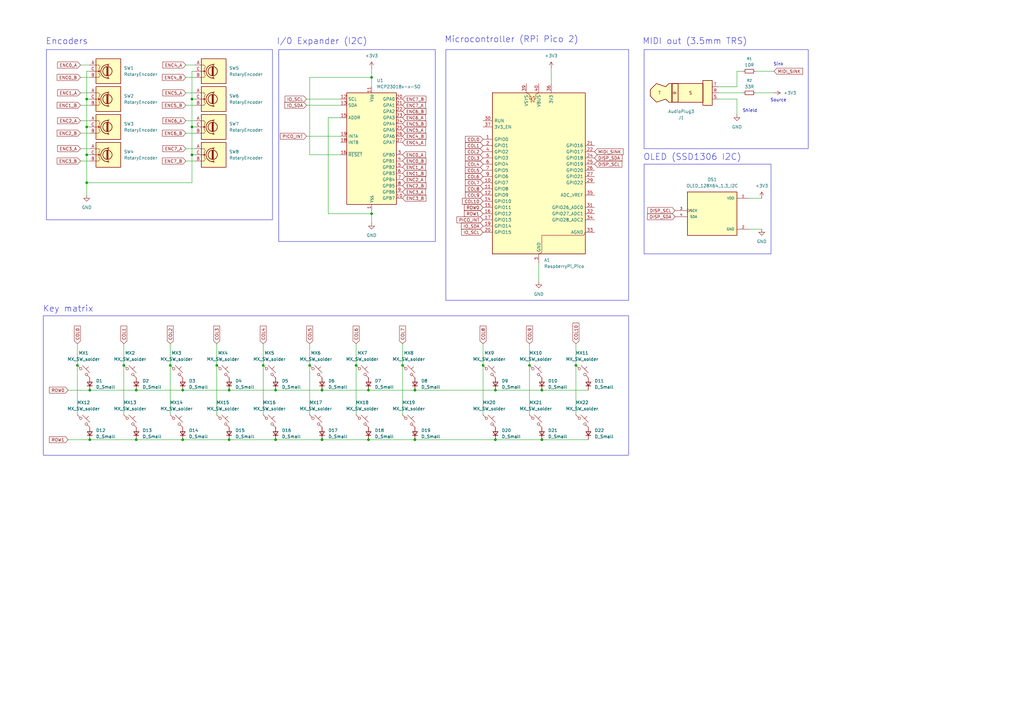
<source format=kicad_sch>
(kicad_sch (version 20250114) (generator "eeschema") (generator_version "9.0")
  (paper "A3")
  (title_block (title "Motherboard") (date "2025-10-30") (rev "1") (company "Brainchild"))
  (lib_symbols
    (symbol "Connector_Audio:AudioPlug3"
      (property "Reference" "J" (at 1.27 6.35 0))
      (property "Value" "AudioPlug3" (at 1.27 -6.35 0))
      (symbol "AudioPlug3_0_0"
        (text "R" (at -2.54 0 900) (effects (font (size 1.27 1.27))))
      )
      (symbol "AudioPlug3_1_0"
        (text "T" (at -8.89 0 0) (effects (font (size 1.27 1.27))))
        (text "S" (at 3.81 0 0) (effects (font (size 1.27 1.27))))
      )
      (symbol "AudioPlug3_1_1"
        (pin passive line (at 15.24 2.54 180) (length 2.54) (name "~") (number "S"))
        (pin passive line (at 15.24 0 180) (length 2.54) (name "~") (number "R"))
        (pin passive line (at 15.24 -2.54 180) (length 2.54) (name "~") (number "T"))
      )
    )
    (symbol "Device:D_Small" (pin_numbers (hide yes)) (pin_names (offset 0.254) (hide yes))
      (property "Reference" "D" (at -1.27 2.032 0))
      (property "Value" "D_Small" (at -3.81 -2.032 0))
      (symbol "D_Small_1_1"
        (pin passive line (at -2.54 0 0) (length 1.778) (name "K") (number "1"))
        (pin passive line (at 2.54 0 180) (length 1.778) (name "A") (number "2"))
      )
    )
    (symbol "Device:R_Small" (pin_numbers (hide yes)) (pin_names (offset 0.254) (hide yes))
      (property "Reference" "R" (at 0 0 90))
      (property "Value" "R_Small" (at 1.778 0 90))
      (symbol "R_Small_1_1"
        (pin passive line (at 0 2.54 270) (length 0.762) (name "~") (number "1"))
        (pin passive line (at 0 -2.54 90) (length 0.762) (name "~") (number "2"))
      )
    )
    (symbol "Device:RotaryEncoder" (pin_names (offset 0.254) (hide yes))
      (property "Reference" "SW" (at 0 6.604 0))
      (property "Value" "RotaryEncoder" (at 0 -6.604 0))
      (symbol "RotaryEncoder_1_1"
        (pin passive line (at -7.62 2.54 0) (length 2.54) (name "A") (number "A"))
        (pin passive line (at -7.62 0 0) (length 2.54) (name "C") (number "C"))
        (pin passive line (at -7.62 -2.54 0) (length 2.54) (name "B") (number "B"))
      )
    )
    (symbol "Interface_Expansion:MCP23018x-x-SO"
      (property "Reference" "U" (at -9.398 24.638 0))
      (property "Value" "MCP23018x-x-SO" (at 11.176 24.638 0))
      (symbol "MCP23018x-x-SO_1_1"
        (pin input line (at -12.7 20.32 0) (length 2.54) (name "SCL") (number "12"))
        (pin bidirectional line (at -12.7 17.78 0) (length 2.54) (name "SDA") (number "13"))
        (pin input line (at -12.7 12.7 0) (length 2.54) (name "ADDR") (number "15"))
        (pin output line (at -12.7 5.08 0) (length 2.54) (name "INTA") (number "19"))
        (pin output line (at -12.7 2.54 0) (length 2.54) (name "INTB") (number "18"))
        (pin input line (at -12.7 -2.54 0) (length 2.54) (name "~{RESET}") (number "16"))
        (pin no_connect line (at -10.16 -12.7 0) (length 2.54) (hide yes) (name "NC") (number "2"))
        (pin no_connect line (at -10.16 -15.24 0) (length 2.54) (hide yes) (name "NC") (number "14"))
        (pin no_connect line (at -10.16 -17.78 0) (length 2.54) (hide yes) (name "NC") (number "17"))
        (pin no_connect line (at -10.16 -20.32 0) (length 2.54) (hide yes) (name "NC") (number "28"))
        (pin power_in line (at 0 25.4 270) (length 2.54) (name "V_{DD}") (number "11"))
        (pin power_in line (at 0 -25.4 90) (length 2.54) (name "V_{SS}") (number "1"))
        (pin bidirectional line (at 12.7 20.32 180) (length 2.54) (name "GPA0") (number "20"))
        (pin bidirectional line (at 12.7 17.78 180) (length 2.54) (name "GPA1") (number "21"))
        (pin bidirectional line (at 12.7 15.24 180) (length 2.54) (name "GPA2") (number "22"))
        (pin bidirectional line (at 12.7 12.7 180) (length 2.54) (name "GPA3") (number "23"))
        (pin bidirectional line (at 12.7 10.16 180) (length 2.54) (name "GPA4") (number "24"))
        (pin bidirectional line (at 12.7 7.62 180) (length 2.54) (name "GPA5") (number "25"))
        (pin bidirectional line (at 12.7 5.08 180) (length 2.54) (name "GPA6") (number "26"))
        (pin bidirectional line (at 12.7 2.54 180) (length 2.54) (name "GPA7") (number "27"))
        (pin bidirectional line (at 12.7 -2.54 180) (length 2.54) (name "GPB0") (number "3"))
        (pin bidirectional line (at 12.7 -5.08 180) (length 2.54) (name "GPB1") (number "4"))
        (pin bidirectional line (at 12.7 -7.62 180) (length 2.54) (name "GPB2") (number "5"))
        (pin bidirectional line (at 12.7 -10.16 180) (length 2.54) (name "GPB3") (number "6"))
        (pin bidirectional line (at 12.7 -12.7 180) (length 2.54) (name "GPB4") (number "7"))
        (pin bidirectional line (at 12.7 -15.24 180) (length 2.54) (name "GPB5") (number "8"))
        (pin bidirectional line (at 12.7 -17.78 180) (length 2.54) (name "GPB6") (number "9"))
        (pin bidirectional line (at 12.7 -20.32 180) (length 2.54) (name "GPB7") (number "10"))
      )
    )
    (symbol "MCU_Module:RaspberryPi_Pico" (pin_names (offset 0.762))
      (property "Reference" "A" (at -19.05 35.56 0))
      (property "Value" "RaspberryPi_Pico" (at 7.62 35.56 0))
      (symbol "RaspberryPi_Pico_1_1"
        (pin passive line (at -22.86 22.86 0) (length 3.81) (name "RUN") (number "30"))
        (pin passive line (at -22.86 20.32 0) (length 3.81) (name "3V3_EN") (number "37"))
        (pin bidirectional line (at -22.86 15.24 0) (length 3.81) (name "GPIO0") (number "1"))
        (pin bidirectional line (at -22.86 12.7 0) (length 3.81) (name "GPIO1") (number "2"))
        (pin bidirectional line (at -22.86 10.16 0) (length 3.81) (name "GPIO2") (number "4"))
        (pin bidirectional line (at -22.86 7.62 0) (length 3.81) (name "GPIO3") (number "5"))
        (pin bidirectional line (at -22.86 5.08 0) (length 3.81) (name "GPIO4") (number "6"))
        (pin bidirectional line (at -22.86 2.54 0) (length 3.81) (name "GPIO5") (number "7"))
        (pin bidirectional line (at -22.86 0 0) (length 3.81) (name "GPIO6") (number "9"))
        (pin bidirectional line (at -22.86 -2.54 0) (length 3.81) (name "GPIO7") (number "10"))
        (pin bidirectional line (at -22.86 -5.08 0) (length 3.81) (name "GPIO8") (number "11"))
        (pin bidirectional line (at -22.86 -7.62 0) (length 3.81) (name "GPIO9") (number "12"))
        (pin bidirectional line (at -22.86 -10.16 0) (length 3.81) (name "GPIO10") (number "14"))
        (pin bidirectional line (at -22.86 -12.7 0) (length 3.81) (name "GPIO11") (number "15"))
        (pin bidirectional line (at -22.86 -15.24 0) (length 3.81) (name "GPIO12") (number "16"))
        (pin bidirectional line (at -22.86 -17.78 0) (length 3.81) (name "GPIO13") (number "17"))
        (pin bidirectional line (at -22.86 -20.32 0) (length 3.81) (name "GPIO14") (number "19"))
        (pin bidirectional line (at -22.86 -22.86 0) (length 3.81) (name "GPIO15") (number "20"))
        (pin power_in line (at -5.08 38.1 270) (length 3.81) (name "VSYS") (number "39"))
        (pin power_out line (at 0 38.1 270) (length 3.81) (name "VBUS") (number "40"))
        (pin passive line (at 0 -35.56 90) (length 3.81) (hide yes) (name "GND") (number "13"))
        (pin passive line (at 0 -35.56 90) (length 3.81) (hide yes) (name "GND") (number "18"))
        (pin passive line (at 0 -35.56 90) (length 3.81) (hide yes) (name "GND") (number "23"))
        (pin passive line (at 0 -35.56 90) (length 3.81) (hide yes) (name "GND") (number "28"))
        (pin power_out line (at 0 -35.56 90) (length 3.81) (name "GND") (number "3"))
        (pin passive line (at 0 -35.56 90) (length 3.81) (hide yes) (name "GND") (number "38"))
        (pin passive line (at 0 -35.56 90) (length 3.81) (hide yes) (name "GND") (number "8"))
        (pin power_out line (at 5.08 38.1 270) (length 3.81) (name "3V3") (number "36"))
        (pin bidirectional line (at 22.86 12.7 180) (length 3.81) (name "GPIO16") (number "21"))
        (pin bidirectional line (at 22.86 10.16 180) (length 3.81) (name "GPIO17") (number "22"))
        (pin bidirectional line (at 22.86 7.62 180) (length 3.81) (name "GPIO18") (number "24"))
        (pin bidirectional line (at 22.86 5.08 180) (length 3.81) (name "GPIO19") (number "25"))
        (pin bidirectional line (at 22.86 2.54 180) (length 3.81) (name "GPIO20") (number "26"))
        (pin bidirectional line (at 22.86 0 180) (length 3.81) (name "GPIO21") (number "27"))
        (pin bidirectional line (at 22.86 -2.54 180) (length 3.81) (name "GPIO22") (number "29"))
        (pin power_in line (at 22.86 -7.62 180) (length 3.81) (name "ADC_VREF") (number "35"))
        (pin bidirectional line (at 22.86 -12.7 180) (length 3.81) (name "GPIO26_ADC0") (number "31"))
        (pin bidirectional line (at 22.86 -15.24 180) (length 3.81) (name "GPIO27_ADC1") (number "32"))
        (pin bidirectional line (at 22.86 -17.78 180) (length 3.81) (name "GPIO28_ADC2") (number "34"))
        (pin power_out line (at 22.86 -22.86 180) (length 3.81) (name "AGND") (number "33"))
      )
    )
    (symbol "OLED_128X64_1.3_I2C:OLED_128X64_1.3_I2C" (pin_names (offset 1.016))
      (property "Reference" "DS" (at -10.16 10.922 0))
      (property "Value" "OLED_128X64_1.3_I2C" (at -10.16 -10.16 0))
      (symbol "OLED_128X64_1.3_I2C_0_0"
        (pin input clock (at -15.24 2.54 0) (length 5.08) (name "SCK") (number "3"))
        (pin bidirectional line (at -15.24 0 0) (length 5.08) (name "SDA") (number "4"))
        (pin power_in line (at 15.24 7.62 180) (length 5.08) (name "VDD") (number "1"))
        (pin power_in line (at 15.24 -5.08 180) (length 5.08) (name "GND") (number "2"))
      )
    )
    (symbol "PCM_marbastlib-mx:MX_SW_solder" (pin_numbers (hide yes)) (pin_names (offset 1.016) (hide yes))
      (property "Reference" "MX" (at 3.048 1.016 0))
      (property "Value" "MX_SW_solder" (at 0 -3.81 0))
      (symbol "MX_SW_solder_0_1"
        (pin passive line (at -2.54 2.54 0) (length 0) (name "1") (number "1"))
        (pin passive line (at 2.54 -2.54 180) (length 0) (name "2") (number "2"))
      )
    )
    (symbol "power:+3V3" (power) (pin_numbers (hide yes)) (pin_names (offset 0) (hide yes))
      (property "Value" "+3V3" (at 0 3.556 0))
      (symbol "+3V3_1_1"
        (pin power_in line (at 0 0 90) (length 0) (name "~") (number "1"))
      )
    )
    (symbol "power:GND" (power) (pin_numbers (hide yes)) (pin_names (offset 0) (hide yes))
      (property "Value" "GND" (at 0 -3.81 0))
      (symbol "GND_1_1"
        (pin power_in line (at 0 0 270) (length 0) (name "~") (number "1"))
      )
    )
  )
  (rectangle (start 264.16 67.31) (end 316.23 104.14))
  (rectangle (start 17.78 129.54) (end 257.81 186.69))
  (rectangle (start 264.16 20.32) (end 331.47 60.96))
  (rectangle (start 182.88 20.32) (end 257.81 123.19))
  (rectangle (start 19.05 20.32) (end 111.76 90.17))
  (rectangle (start 114.3 20.32) (end 178.562 99.06))
  (text "Key matrix\n" (at 27.94 126.746 0) (effects (font (size 2.54 2.54))))
  (text "Sink" (at 319.278 26.416 0) (effects (font (size 1.27 1.27))))
  (text "I/0 Expander (I2C)" (at 132.08 17.018 0) (effects (font (size 2.54 2.54))))
  (text "Source" (at 319.278 41.148 0) (effects (font (size 1.27 1.27))))
  (text "Microcontroller (RPi Pico 2)" (at 209.804 16.256 0) (effects (font (size 2.54 2.54))))
  (text "MIDI out (3.5mm TRS)" (at 284.988 17.018 0) (effects (font (size 2.54 2.54))))
  (text "OLED (SSD1306 I2C)\n" (at 283.972 64.516 0) (effects (font (size 2.54 2.54))))
  (text "Encoders" (at 27.432 17.018 0) (effects (font (size 2.54 2.54))))
  (text "Shield\n" (at 307.594 45.466 0) (effects (font (size 1.27 1.27))))
  (junction (at 36.83 160.02))
  (junction (at 132.08 180.34))
  (junction (at 203.2 160.02))
  (junction (at 203.2 180.34))
  (junction (at 217.17 149.86))
  (junction (at 165.1 149.86))
  (junction (at 36.83 180.34))
  (junction (at 55.88 180.34))
  (junction (at 74.93 180.34))
  (junction (at 107.95 149.86))
  (junction (at 78.74 63.5))
  (junction (at 35.56 40.64))
  (junction (at 35.56 52.07))
  (junction (at 152.4 87.63))
  (junction (at 222.25 160.02))
  (junction (at 113.03 180.34))
  (junction (at 78.74 52.07))
  (junction (at 146.05 149.86))
  (junction (at 132.08 160.02))
  (junction (at 35.56 74.93))
  (junction (at 127 149.86))
  (junction (at 236.22 149.86))
  (junction (at 93.98 180.34))
  (junction (at 222.25 180.34))
  (junction (at 55.88 160.02))
  (junction (at 198.12 149.86))
  (junction (at 170.18 180.34))
  (junction (at 151.13 180.34))
  (junction (at 151.13 160.02))
  (junction (at 69.85 149.86))
  (junction (at 93.98 160.02))
  (junction (at 35.56 63.5))
  (junction (at 74.93 160.02))
  (junction (at 31.75 149.86))
  (junction (at 170.18 160.02))
  (junction (at 78.74 40.64))
  (junction (at 152.4 31.75))
  (junction (at 50.8 149.86))
  (junction (at 88.9 149.86))
  (junction (at 113.03 160.02))
  (wire (pts (xy 220.98 107.95) (xy 220.98 115.57)))
  (wire (pts (xy 107.95 140.97) (xy 107.95 149.86)))
  (wire (pts (xy 127 31.75) (xy 152.4 31.75)))
  (wire (pts (xy 36.83 60.96) (xy 33.02 60.96)))
  (wire (pts (xy 35.56 74.93) (xy 78.74 74.93)))
  (wire (pts (xy 309.88 38.1) (xy 317.5 38.1)))
  (wire (pts (xy 203.2 160.02) (xy 222.25 160.02)))
  (wire (pts (xy 146.05 149.86) (xy 146.05 170.18)))
  (wire (pts (xy 307.34 93.98) (xy 312.42 93.98)))
  (wire (pts (xy 50.8 149.86) (xy 50.8 170.18)))
  (wire (pts (xy 35.56 63.5) (xy 35.56 74.93)))
  (wire (pts (xy 125.73 55.88) (xy 139.7 55.88)))
  (wire (pts (xy 80.01 49.53) (xy 76.2 49.53)))
  (wire (pts (xy 36.83 180.34) (xy 55.88 180.34)))
  (wire (pts (xy 27.94 180.34) (xy 36.83 180.34)))
  (wire (pts (xy 80.01 26.67) (xy 76.2 26.67)))
  (wire (pts (xy 165.1 149.86) (xy 165.1 170.18)))
  (wire (pts (xy 78.74 40.64) (xy 78.74 52.07)))
  (wire (pts (xy 78.74 52.07) (xy 78.74 63.5)))
  (wire (pts (xy 27.94 160.02) (xy 36.83 160.02)))
  (wire (pts (xy 302.26 35.56) (xy 294.64 35.56)))
  (wire (pts (xy 302.26 40.64) (xy 302.26 46.99)))
  (wire (pts (xy 198.12 140.97) (xy 198.12 149.86)))
  (wire (pts (xy 50.8 140.97) (xy 50.8 149.86)))
  (wire (pts (xy 31.75 140.97) (xy 31.75 149.86)))
  (wire (pts (xy 127 149.86) (xy 127 170.18)))
  (wire (pts (xy 294.64 40.64) (xy 302.26 40.64)))
  (wire (pts (xy 151.13 160.02) (xy 170.18 160.02)))
  (wire (pts (xy 35.56 74.93) (xy 35.56 80.01)))
  (wire (pts (xy 146.05 140.97) (xy 146.05 149.86)))
  (wire (pts (xy 35.56 40.64) (xy 35.56 52.07)))
  (wire (pts (xy 198.12 149.86) (xy 198.12 170.18)))
  (wire (pts (xy 36.83 63.5) (xy 35.56 63.5)))
  (wire (pts (xy 125.73 43.18) (xy 139.7 43.18)))
  (wire (pts (xy 222.25 180.34) (xy 241.3 180.34)))
  (wire (pts (xy 36.83 40.64) (xy 35.56 40.64)))
  (wire (pts (xy 69.85 140.97) (xy 69.85 149.86)))
  (wire (pts (xy 80.01 54.61) (xy 76.2 54.61)))
  (wire (pts (xy 80.01 43.18) (xy 76.2 43.18)))
  (wire (pts (xy 78.74 74.93) (xy 78.74 63.5)))
  (wire (pts (xy 80.01 29.21) (xy 78.74 29.21)))
  (wire (pts (xy 134.62 87.63) (xy 152.4 87.63)))
  (wire (pts (xy 36.83 26.67) (xy 33.02 26.67)))
  (wire (pts (xy 78.74 29.21) (xy 78.74 40.64)))
  (wire (pts (xy 113.03 180.34) (xy 132.08 180.34)))
  (wire (pts (xy 36.83 49.53) (xy 33.02 49.53)))
  (wire (pts (xy 36.83 29.21) (xy 35.56 29.21)))
  (wire (pts (xy 125.73 40.64) (xy 139.7 40.64)))
  (wire (pts (xy 236.22 140.97) (xy 236.22 149.86)))
  (wire (pts (xy 127 63.5) (xy 127 31.75)))
  (wire (pts (xy 170.18 180.34) (xy 203.2 180.34)))
  (wire (pts (xy 217.17 140.97) (xy 217.17 149.86)))
  (wire (pts (xy 222.25 160.02) (xy 241.3 160.02)))
  (wire (pts (xy 127 63.5) (xy 139.7 63.5)))
  (wire (pts (xy 80.01 38.1) (xy 76.2 38.1)))
  (wire (pts (xy 36.83 38.1) (xy 33.02 38.1)))
  (wire (pts (xy 80.01 66.04) (xy 76.2 66.04)))
  (wire (pts (xy 132.08 160.02) (xy 151.13 160.02)))
  (wire (pts (xy 36.83 54.61) (xy 33.02 54.61)))
  (wire (pts (xy 134.62 48.26) (xy 139.7 48.26)))
  (wire (pts (xy 35.56 52.07) (xy 35.56 63.5)))
  (wire (pts (xy 93.98 180.34) (xy 113.03 180.34)))
  (wire (pts (xy 294.64 38.1) (xy 304.8 38.1)))
  (wire (pts (xy 31.75 149.86) (xy 31.75 170.18)))
  (wire (pts (xy 36.83 66.04) (xy 33.02 66.04)))
  (wire (pts (xy 78.74 63.5) (xy 80.01 63.5)))
  (wire (pts (xy 78.74 52.07) (xy 80.01 52.07)))
  (wire (pts (xy 152.4 86.36) (xy 152.4 87.63)))
  (wire (pts (xy 236.22 149.86) (xy 236.22 170.18)))
  (wire (pts (xy 36.83 52.07) (xy 35.56 52.07)))
  (wire (pts (xy 302.26 29.21) (xy 302.26 35.56)))
  (wire (pts (xy 132.08 180.34) (xy 151.13 180.34)))
  (wire (pts (xy 55.88 160.02) (xy 74.93 160.02)))
  (wire (pts (xy 170.18 160.02) (xy 203.2 160.02)))
  (wire (pts (xy 113.03 160.02) (xy 132.08 160.02)))
  (wire (pts (xy 152.4 87.63) (xy 152.4 91.44)))
  (wire (pts (xy 151.13 180.34) (xy 170.18 180.34)))
  (wire (pts (xy 217.17 149.86) (xy 217.17 170.18)))
  (wire (pts (xy 74.93 180.34) (xy 93.98 180.34)))
  (wire (pts (xy 203.2 180.34) (xy 222.25 180.34)))
  (wire (pts (xy 80.01 31.75) (xy 76.2 31.75)))
  (wire (pts (xy 74.93 160.02) (xy 93.98 160.02)))
  (wire (pts (xy 165.1 140.97) (xy 165.1 149.86)))
  (wire (pts (xy 307.34 81.28) (xy 312.42 81.28)))
  (wire (pts (xy 134.62 48.26) (xy 134.62 87.63)))
  (wire (pts (xy 36.83 31.75) (xy 33.02 31.75)))
  (wire (pts (xy 226.06 27.94) (xy 226.06 34.29)))
  (wire (pts (xy 302.26 29.21) (xy 304.8 29.21)))
  (wire (pts (xy 55.88 180.34) (xy 74.93 180.34)))
  (wire (pts (xy 36.83 43.18) (xy 33.02 43.18)))
  (wire (pts (xy 88.9 149.86) (xy 88.9 170.18)))
  (wire (pts (xy 88.9 140.97) (xy 88.9 149.86)))
  (wire (pts (xy 93.98 160.02) (xy 113.03 160.02)))
  (wire (pts (xy 107.95 149.86) (xy 107.95 170.18)))
  (wire (pts (xy 152.4 31.75) (xy 152.4 35.56)))
  (wire (pts (xy 35.56 29.21) (xy 35.56 40.64)))
  (wire (pts (xy 152.4 27.94) (xy 152.4 31.75)))
  (wire (pts (xy 36.83 160.02) (xy 55.88 160.02)))
  (wire (pts (xy 309.88 29.21) (xy 317.5 29.21)))
  (wire (pts (xy 127 140.97) (xy 127 149.86)))
  (wire (pts (xy 80.01 60.96) (xy 76.2 60.96)))
  (wire (pts (xy 69.85 149.86) (xy 69.85 170.18)))
  (wire (pts (xy 78.74 40.64) (xy 80.01 40.64)))
  (global_label "COL9" (shape input) (at 198.12 80.01 180) (property "Intersheetrefs" "${INTERSHEET_REFS}" (effects (hide yes))))
  (global_label "ENC4_B" (shape input) (at 165.1 55.88 0) (property "Intersheetrefs" "${INTERSHEET_REFS}" (effects (hide yes))))
  (global_label "COL1" (shape input) (at 50.8 140.97 90) (property "Intersheetrefs" "${INTERSHEET_REFS}" (effects (hide yes))))
  (global_label "ENC6_B" (shape input) (at 76.2 54.61 180) (property "Intersheetrefs" "${INTERSHEET_REFS}" (effects (hide yes))))
  (global_label "ENC7_A" (shape input) (at 76.2 60.96 180) (property "Intersheetrefs" "${INTERSHEET_REFS}" (effects (hide yes))))
  (global_label "COL1" (shape input) (at 198.12 59.69 180) (property "Intersheetrefs" "${INTERSHEET_REFS}" (effects (hide yes))))
  (global_label "ENC0_B" (shape input) (at 33.02 31.75 180) (property "Intersheetrefs" "${INTERSHEET_REFS}" (effects (hide yes))))
  (global_label "COL10" (shape input) (at 198.12 82.55 180) (property "Intersheetrefs" "${INTERSHEET_REFS}" (effects (hide yes))))
  (global_label "ENC6_A" (shape input) (at 76.2 49.53 180) (property "Intersheetrefs" "${INTERSHEET_REFS}" (effects (hide yes))))
  (global_label "DISP_SCL" (shape input) (at 243.84 67.31 0) (property "Intersheetrefs" "${INTERSHEET_REFS}" (effects (hide yes))))
  (global_label "IO_SDA" (shape input) (at 125.73 43.18 180) (property "Intersheetrefs" "${INTERSHEET_REFS}" (effects (hide yes))))
  (global_label "ENC2_A" (shape input) (at 165.1 73.66 0) (property "Intersheetrefs" "${INTERSHEET_REFS}" (effects (hide yes))))
  (global_label "ROW1" (shape input) (at 27.94 180.34 180) (property "Intersheetrefs" "${INTERSHEET_REFS}" (effects (hide yes))))
  (global_label "COL6" (shape input) (at 146.05 140.97 90) (property "Intersheetrefs" "${INTERSHEET_REFS}" (effects (hide yes))))
  (global_label "ENC3_A" (shape input) (at 165.1 78.74 0) (property "Intersheetrefs" "${INTERSHEET_REFS}" (effects (hide yes))))
  (global_label "COL0" (shape input) (at 31.75 140.97 90) (property "Intersheetrefs" "${INTERSHEET_REFS}" (effects (hide yes))))
  (global_label "ENC7_A" (shape input) (at 165.1 43.18 0) (property "Intersheetrefs" "${INTERSHEET_REFS}" (effects (hide yes))))
  (global_label "MIDI_SINK" (shape input) (at 317.5 29.21 0) (property "Intersheetrefs" "${INTERSHEET_REFS}" (effects (hide yes))))
  (global_label "IO_SCL" (shape input) (at 198.12 95.25 180) (property "Intersheetrefs" "${INTERSHEET_REFS}" (effects (hide yes))))
  (global_label "DISP_SDA" (shape input) (at 276.86 88.9 180) (property "Intersheetrefs" "${INTERSHEET_REFS}" (effects (hide yes))))
  (global_label "ENC7_B" (shape input) (at 76.2 66.04 180) (property "Intersheetrefs" "${INTERSHEET_REFS}" (effects (hide yes))))
  (global_label "COL5" (shape input) (at 127 140.97 90) (property "Intersheetrefs" "${INTERSHEET_REFS}" (effects (hide yes))))
  (global_label "ENC5_A" (shape input) (at 76.2 38.1 180) (property "Intersheetrefs" "${INTERSHEET_REFS}" (effects (hide yes))))
  (global_label "ENC1_B" (shape input) (at 33.02 43.18 180) (property "Intersheetrefs" "${INTERSHEET_REFS}" (effects (hide yes))))
  (global_label "COL8" (shape input) (at 198.12 77.47 180) (property "Intersheetrefs" "${INTERSHEET_REFS}" (effects (hide yes))))
  (global_label "IO_SDA" (shape input) (at 198.12 92.71 180) (property "Intersheetrefs" "${INTERSHEET_REFS}" (effects (hide yes))))
  (global_label "ROW1" (shape input) (at 198.12 87.63 180) (property "Intersheetrefs" "${INTERSHEET_REFS}" (effects (hide yes))))
  (global_label "ENC1_A" (shape input) (at 33.02 38.1 180) (property "Intersheetrefs" "${INTERSHEET_REFS}" (effects (hide yes))))
  (global_label "ENC3_A" (shape input) (at 33.02 60.96 180) (property "Intersheetrefs" "${INTERSHEET_REFS}" (effects (hide yes))))
  (global_label "COL4" (shape input) (at 198.12 67.31 180) (property "Intersheetrefs" "${INTERSHEET_REFS}" (effects (hide yes))))
  (global_label "COL7" (shape input) (at 165.1 140.97 90) (property "Intersheetrefs" "${INTERSHEET_REFS}" (effects (hide yes))))
  (global_label "ENC4_A" (shape input) (at 165.1 58.42 0) (property "Intersheetrefs" "${INTERSHEET_REFS}" (effects (hide yes))))
  (global_label "COL9" (shape input) (at 217.17 140.97 90) (property "Intersheetrefs" "${INTERSHEET_REFS}" (effects (hide yes))))
  (global_label "ENC4_B" (shape input) (at 76.2 31.75 180) (property "Intersheetrefs" "${INTERSHEET_REFS}" (effects (hide yes))))
  (global_label "COL4" (shape input) (at 107.95 140.97 90) (property "Intersheetrefs" "${INTERSHEET_REFS}" (effects (hide yes))))
  (global_label "COL3" (shape input) (at 88.9 140.97 90) (property "Intersheetrefs" "${INTERSHEET_REFS}" (effects (hide yes))))
  (global_label "COL0" (shape input) (at 198.12 57.15 180) (property "Intersheetrefs" "${INTERSHEET_REFS}" (effects (hide yes))))
  (global_label "ENC0_B" (shape input) (at 165.1 66.04 0) (property "Intersheetrefs" "${INTERSHEET_REFS}" (effects (hide yes))))
  (global_label "ENC7_B" (shape input) (at 165.1 40.64 0) (property "Intersheetrefs" "${INTERSHEET_REFS}" (effects (hide yes))))
  (global_label "ENC3_B" (shape input) (at 165.1 81.28 0) (property "Intersheetrefs" "${INTERSHEET_REFS}" (effects (hide yes))))
  (global_label "ENC2_B" (shape input) (at 33.02 54.61 180) (property "Intersheetrefs" "${INTERSHEET_REFS}" (effects (hide yes))))
  (global_label "ENC5_B" (shape input) (at 76.2 43.18 180) (property "Intersheetrefs" "${INTERSHEET_REFS}" (effects (hide yes))))
  (global_label "PICO_INT" (shape input) (at 125.73 55.88 180) (property "Intersheetrefs" "${INTERSHEET_REFS}" (effects (hide yes))))
  (global_label "ENC5_B" (shape input) (at 165.1 50.8 0) (property "Intersheetrefs" "${INTERSHEET_REFS}" (effects (hide yes))))
  (global_label "ENC1_B" (shape input) (at 165.1 71.12 0) (property "Intersheetrefs" "${INTERSHEET_REFS}" (effects (hide yes))))
  (global_label "ENC3_B" (shape input) (at 33.02 66.04 180) (property "Intersheetrefs" "${INTERSHEET_REFS}" (effects (hide yes))))
  (global_label "COL6" (shape input) (at 198.12 72.39 180) (property "Intersheetrefs" "${INTERSHEET_REFS}" (effects (hide yes))))
  (global_label "DISP_SCL" (shape input) (at 276.86 86.36 180) (property "Intersheetrefs" "${INTERSHEET_REFS}" (effects (hide yes))))
  (global_label "COL2" (shape input) (at 198.12 62.23 180) (property "Intersheetrefs" "${INTERSHEET_REFS}" (effects (hide yes))))
  (global_label "ENC5_A" (shape input) (at 165.1 53.34 0) (property "Intersheetrefs" "${INTERSHEET_REFS}" (effects (hide yes))))
  (global_label "IO_SCL" (shape input) (at 125.73 40.64 180) (property "Intersheetrefs" "${INTERSHEET_REFS}" (effects (hide yes))))
  (global_label "ROW0" (shape input) (at 198.12 85.09 180) (effects (font (thickness 0.1588))) (property "Intersheetrefs" "${INTERSHEET_REFS}" (effects (hide yes))))
  (global_label "ENC4_A" (shape input) (at 76.2 26.67 180) (property "Intersheetrefs" "${INTERSHEET_REFS}" (effects (hide yes))))
  (global_label "ENC2_B" (shape input) (at 165.1 76.2 0) (property "Intersheetrefs" "${INTERSHEET_REFS}" (effects (hide yes))))
  (global_label "COL7" (shape input) (at 198.12 74.93 180) (property "Intersheetrefs" "${INTERSHEET_REFS}" (effects (hide yes))))
  (global_label "ENC6_B" (shape input) (at 165.1 45.72 0) (property "Intersheetrefs" "${INTERSHEET_REFS}" (effects (hide yes))))
  (global_label "COL3" (shape input) (at 198.12 64.77 180) (property "Intersheetrefs" "${INTERSHEET_REFS}" (effects (hide yes))))
  (global_label "ENC0_A" (shape input) (at 33.02 26.67 180) (property "Intersheetrefs" "${INTERSHEET_REFS}" (effects (hide yes))))
  (global_label "COL10" (shape input) (at 236.22 140.97 90) (property "Intersheetrefs" "${INTERSHEET_REFS}" (effects (hide yes))))
  (global_label "ENC2_A" (shape input) (at 33.02 49.53 180) (property "Intersheetrefs" "${INTERSHEET_REFS}" (effects (hide yes))))
  (global_label "COL5" (shape input) (at 198.12 69.85 180) (property "Intersheetrefs" "${INTERSHEET_REFS}" (effects (hide yes))))
  (global_label "ENC6_A" (shape input) (at 165.1 48.26 0) (property "Intersheetrefs" "${INTERSHEET_REFS}" (effects (hide yes))))
  (global_label "PICO_INT" (shape input) (at 198.12 90.17 180) (property "Intersheetrefs" "${INTERSHEET_REFS}" (effects (hide yes))))
  (global_label "COL8" (shape input) (at 198.12 140.97 90) (property "Intersheetrefs" "${INTERSHEET_REFS}" (effects (hide yes))))
  (global_label "MIDI_SINK" (shape input) (at 243.84 62.23 0) (property "Intersheetrefs" "${INTERSHEET_REFS}" (effects (hide yes))))
  (global_label "ENC0_A" (shape input) (at 165.1 63.5 0) (property "Intersheetrefs" "${INTERSHEET_REFS}" (effects (hide yes))))
  (global_label "DISP_SDA" (shape input) (at 243.84 64.77 0) (property "Intersheetrefs" "${INTERSHEET_REFS}" (effects (hide yes))))
  (global_label "COL2" (shape input) (at 69.85 140.97 90) (property "Intersheetrefs" "${INTERSHEET_REFS}" (effects (hide yes))))
  (global_label "ENC1_A" (shape input) (at 165.1 68.58 0) (property "Intersheetrefs" "${INTERSHEET_REFS}" (effects (hide yes))))
  (global_label "ROW0" (shape input) (at 27.94 160.02 180) (property "Intersheetrefs" "${INTERSHEET_REFS}" (effects (hide yes))))
  (symbol (lib_id "Device:D_Small") (at 170.18 157.48 90) (unit 1)
    (property "Reference" "D8" (at 172.72 156.2099 90) (effects (justify right)))
    (property "Value" "D_Small" (at 172.72 158.7499 90) (effects (justify right)))
    (property "Footprint" "Diode_SMD:D_SOD-123" (effects (hide yes)))
    (property "Description" "Diode, small symbol" (effects (hide yes)))
    (property "Sim.Device" "D" (effects (hide yes)))
    (property "Sim.Pins" "1=K 2=A" (effects (hide yes)))
  )
  (symbol (lib_id "Device:RotaryEncoder") (at 44.45 29.21 0) (unit 1)
    (property "Reference" "SW1" (at 50.8 27.9399 0) (effects (justify left)))
    (property "Value" "RotaryEncoder" (at 50.8 30.4799 0) (effects (justify left)))
    (property "Footprint" "Rotary_Encoder:RotaryEncoder_Bourns_Vertical_PEC12R-3x17F-Sxxxx" (effects (hide yes)))
    (property "Description" "Rotary encoder, dual channel, incremental quadrate outputs" (effects (hide yes)))
  )
  (symbol (lib_id "PCM_marbastlib-mx:MX_SW_solder") (at 53.34 152.4 0) (unit 1)
    (property "Reference" "MX2" (at 53.34 144.78 0))
    (property "Value" "MX_SW_solder" (at 53.34 147.32 0))
    (property "Footprint" "PCM_Switch_Keyboard_Cherry_MX:SW_Cherry_MX_PCB_1.00u" (effects (hide yes)))
    (property "Description" "Push button switch, normally open, two pins, 45° tilted" (effects (hide yes)))
  )
  (symbol (lib_id "Device:D_Small") (at 241.3 177.8 90) (unit 1)
    (property "Reference" "D22" (at 243.84 176.5299 90) (effects (justify right)))
    (property "Value" "D_Small" (at 243.84 179.0699 90) (effects (justify right)))
    (property "Footprint" "Diode_SMD:D_SOD-123" (effects (hide yes)))
    (property "Description" "Diode, small symbol" (effects (hide yes)))
    (property "Sim.Device" "D" (effects (hide yes)))
    (property "Sim.Pins" "1=K 2=A" (effects (hide yes)))
  )
  (symbol (lib_id "Device:D_Small") (at 151.13 177.8 90) (unit 1)
    (property "Reference" "D18" (at 153.67 176.5299 90) (effects (justify right)))
    (property "Value" "D_Small" (at 153.67 179.0699 90) (effects (justify right)))
    (property "Footprint" "Diode_SMD:D_SOD-123" (effects (hide yes)))
    (property "Description" "Diode, small symbol" (effects (hide yes)))
    (property "Sim.Device" "D" (effects (hide yes)))
    (property "Sim.Pins" "1=K 2=A" (effects (hide yes)))
  )
  (symbol (lib_id "power:+3V3") (at 317.5 38.1 270) (unit 1)
    (property "Reference" "#PWR07" (effects (hide yes)))
    (property "Value" "+3V3" (at 321.31 38.0999 90) (effects (justify left)))
    (property "Description" "Power symbol creates a global label with name \"+3V3\"" (effects (hide yes)))
  )
  (symbol (lib_id "Device:D_Small") (at 170.18 177.8 90) (unit 1)
    (property "Reference" "D19" (at 172.72 176.5299 90) (effects (justify right)))
    (property "Value" "D_Small" (at 172.72 179.0699 90) (effects (justify right)))
    (property "Footprint" "Diode_SMD:D_SOD-123" (effects (hide yes)))
    (property "Description" "Diode, small symbol" (effects (hide yes)))
    (property "Sim.Device" "D" (effects (hide yes)))
    (property "Sim.Pins" "1=K 2=A" (effects (hide yes)))
  )
  (symbol (lib_id "PCM_marbastlib-mx:MX_SW_solder") (at 72.39 152.4 0) (unit 1)
    (property "Reference" "MX3" (at 72.39 144.78 0))
    (property "Value" "MX_SW_solder" (at 72.39 147.32 0))
    (property "Footprint" "PCM_Switch_Keyboard_Cherry_MX:SW_Cherry_MX_PCB_1.00u" (effects (hide yes)))
    (property "Description" "Push button switch, normally open, two pins, 45° tilted" (effects (hide yes)))
  )
  (symbol (lib_id "Device:D_Small") (at 36.83 157.48 90) (unit 1)
    (property "Reference" "D1" (at 39.37 156.2099 90) (effects (justify right)))
    (property "Value" "D_Small" (at 39.37 158.7499 90) (effects (justify right)))
    (property "Footprint" "Diode_SMD:D_SOD-123" (effects (hide yes)))
    (property "Description" "Diode, small symbol" (effects (hide yes)))
    (property "Sim.Device" "D" (effects (hide yes)))
    (property "Sim.Pins" "1=K 2=A" (effects (hide yes)))
  )
  (symbol (lib_id "Device:D_Small") (at 222.25 177.8 90) (unit 1)
    (property "Reference" "D21" (at 224.79 176.5299 90) (effects (justify right)))
    (property "Value" "D_Small" (at 224.79 179.0699 90) (effects (justify right)))
    (property "Footprint" "Diode_SMD:D_SOD-123" (effects (hide yes)))
    (property "Description" "Diode, small symbol" (effects (hide yes)))
    (property "Sim.Device" "D" (effects (hide yes)))
    (property "Sim.Pins" "1=K 2=A" (effects (hide yes)))
  )
  (symbol (lib_id "PCM_marbastlib-mx:MX_SW_solder") (at 238.76 152.4 0) (unit 1)
    (property "Reference" "MX11" (at 238.76 144.78 0))
    (property "Value" "MX_SW_solder" (at 238.76 147.32 0))
    (property "Footprint" "PCM_Switch_Keyboard_Cherry_MX:SW_Cherry_MX_PCB_1.00u" (effects (hide yes)))
    (property "Description" "Push button switch, normally open, two pins, 45° tilted" (effects (hide yes)))
  )
  (symbol (lib_id "Device:D_Small") (at 93.98 177.8 90) (unit 1)
    (property "Reference" "D15" (at 96.52 176.5299 90) (effects (justify right)))
    (property "Value" "D_Small" (at 96.52 179.0699 90) (effects (justify right)))
    (property "Footprint" "Diode_SMD:D_SOD-123" (effects (hide yes)))
    (property "Description" "Diode, small symbol" (effects (hide yes)))
    (property "Sim.Device" "D" (effects (hide yes)))
    (property "Sim.Pins" "1=K 2=A" (effects (hide yes)))
  )
  (symbol (lib_id "PCM_marbastlib-mx:MX_SW_solder") (at 200.66 172.72 0) (unit 1)
    (property "Reference" "MX20" (at 200.66 165.1 0))
    (property "Value" "MX_SW_solder" (at 200.66 167.64 0))
    (property "Footprint" "PCM_Switch_Keyboard_Cherry_MX:SW_Cherry_MX_PCB_1.00u" (effects (hide yes)))
    (property "Description" "Push button switch, normally open, two pins, 45° tilted" (effects (hide yes)))
  )
  (symbol (lib_id "PCM_marbastlib-mx:MX_SW_solder") (at 148.59 172.72 0) (unit 1)
    (property "Reference" "MX18" (at 148.59 165.1 0))
    (property "Value" "MX_SW_solder" (at 148.59 167.64 0))
    (property "Footprint" "PCM_Switch_Keyboard_Cherry_MX:SW_Cherry_MX_PCB_1.00u" (effects (hide yes)))
    (property "Description" "Push button switch, normally open, two pins, 45° tilted" (effects (hide yes)))
  )
  (symbol (lib_id "OLED_128X64_1.3_I2C:OLED_128X64_1.3_I2C") (at 292.1 88.9 0) (unit 1)
    (property "Reference" "DS1" (at 292.1 73.66 0))
    (property "Value" "OLED_128X64_1.3_I2C" (at 292.1 76.2 0))
    (property "Footprint" "OLED_128X64_1.3_I2C:LCD_OLED_128X64_1.3_I2C" (effects (hide yes)))
    (property "MF" "UNIVERSAL-SOLDER Electronics Ltd" (effects (hide yes)))
    (property "Description_1" "Non-Touch Graphic LCD Display Module Transmissive White OLED, Monochrome I2C 1.3 (33.02mm) 128 x 64" (effects (hide yes)))
    (property "Package" "None" (effects (hide yes)))
    (property "Price" "None" (effects (hide yes)))
    (property "Check_prices" "https://www.snapeda.com/parts/OLED%20128x64%201.3%22%20I2C/UNIVERSAL-SOLDER+Electronics+Ltd/view-part/?ref=eda" (effects (hide yes)))
    (property "STANDARD" "Manufacturer Recommendations" (effects (hide yes)))
    (property "PARTREV" "NA" (effects (hide yes)))
    (property "SnapEDA_Link" "https://www.snapeda.com/parts/OLED%20128x64%201.3%22%20I2C/UNIVERSAL-SOLDER+Electronics+Ltd/view-part/?ref=snap" (effects (hide yes)))
    (property "MP" "OLED 128x64 1.3&quot; I2C" (effects (hide yes)))
    (property "Availability" "Not in stock" (effects (hide yes)))
    (property "MANUFACTURER" "UNIVERSAL-SOLDER Electronics Ltd" (effects (hide yes)))
  )
  (symbol (lib_id "Device:RotaryEncoder") (at 44.45 63.5 0) (unit 1)
    (property "Reference" "SW4" (at 50.8 62.2299 0) (effects (justify left)))
    (property "Value" "RotaryEncoder" (at 50.8 64.7699 0) (effects (justify left)))
    (property "Footprint" "Rotary_Encoder:RotaryEncoder_Bourns_Vertical_PEC12R-3x17F-Sxxxx" (effects (hide yes)))
    (property "Description" "Rotary encoder, dual channel, incremental quadrate outputs" (effects (hide yes)))
  )
  (symbol (lib_id "PCM_marbastlib-mx:MX_SW_solder") (at 110.49 152.4 0) (unit 1)
    (property "Reference" "MX5" (at 110.49 144.78 0))
    (property "Value" "MX_SW_solder" (at 110.49 147.32 0))
    (property "Footprint" "PCM_Switch_Keyboard_Cherry_MX:SW_Cherry_MX_PCB_1.00u" (effects (hide yes)))
    (property "Description" "Push button switch, normally open, two pins, 45° tilted" (effects (hide yes)))
  )
  (symbol (lib_id "PCM_marbastlib-mx:MX_SW_solder") (at 34.29 152.4 0) (unit 1)
    (property "Reference" "MX1" (at 34.29 144.78 0))
    (property "Value" "MX_SW_solder" (at 34.29 147.32 0))
    (property "Footprint" "PCM_Switch_Keyboard_Cherry_MX:SW_Cherry_MX_PCB_1.00u" (effects (hide yes)))
    (property "Description" "Push button switch, normally open, two pins, 45° tilted" (effects (hide yes)))
  )
  (symbol (lib_id "Device:D_Small") (at 132.08 157.48 90) (unit 1)
    (property "Reference" "D6" (at 134.62 156.2099 90) (effects (justify right)))
    (property "Value" "D_Small" (at 134.62 158.7499 90) (effects (justify right)))
    (property "Footprint" "Diode_SMD:D_SOD-123" (effects (hide yes)))
    (property "Description" "Diode, small symbol" (effects (hide yes)))
    (property "Sim.Device" "D" (effects (hide yes)))
    (property "Sim.Pins" "1=K 2=A" (effects (hide yes)))
  )
  (symbol (lib_id "power:+3V3") (at 312.42 81.28 0) (unit 1)
    (property "Reference" "#PWR08" (effects (hide yes)))
    (property "Value" "+3V3" (at 312.42 76.2 0))
    (property "Description" "Power symbol creates a global label with name \"+3V3\"" (effects (hide yes)))
  )
  (symbol (lib_id "Device:D_Small") (at 55.88 157.48 90) (unit 1)
    (property "Reference" "D2" (at 58.42 156.2099 90) (effects (justify right)))
    (property "Value" "D_Small" (at 58.42 158.7499 90) (effects (justify right)))
    (property "Footprint" "Diode_SMD:D_SOD-123" (effects (hide yes)))
    (property "Description" "Diode, small symbol" (effects (hide yes)))
    (property "Sim.Device" "D" (effects (hide yes)))
    (property "Sim.Pins" "1=K 2=A" (effects (hide yes)))
  )
  (symbol (lib_id "Device:R_Small") (at 307.34 29.21 90) (unit 1)
    (property "Reference" "R1" (at 307.34 24.13 90) (effects (font (size 1.016 1.016))))
    (property "Value" "10R" (at 307.34 26.67 90))
    (property "Footprint" "Resistor_SMD:R_0805_2012Metric" (effects (hide yes)))
    (property "Description" "Resistor, small symbol" (effects (hide yes)))
  )
  (symbol (lib_id "Interface_Expansion:MCP23018x-x-SO") (at 152.4 60.96 0) (unit 1)
    (property "Reference" "U1" (at 154.5433 33.02 0) (effects (justify left)))
    (property "Value" "MCP23018x-x-SO" (at 154.5433 35.56 0) (effects (justify left)))
    (property "Footprint" "Package_SO:SOIC-28W_7.5x17.9mm_P1.27mm" (effects (hide yes)))
    (property "Datasheet" "https://ww1.microchip.com/downloads/aemDocuments/documents/APID/ProductDocuments/DataSheets/MCP23018-Data-Sheet-DS20002103.pdf" (effects (hide yes)))
    (property "Description" "16-bit I/O expander, I2C interface, open-drain outpus (with configurable pull-up resistors), 2 interrupt outputs, SOIC-28" (effects (hide yes)))
  )
  (symbol (lib_id "Device:R_Small") (at 307.34 38.1 90) (unit 1)
    (property "Reference" "R2" (at 307.34 33.02 90) (effects (font (size 1.016 1.016))))
    (property "Value" "33R" (at 307.34 35.56 90))
    (property "Footprint" "Resistor_SMD:R_0805_2012Metric" (effects (hide yes)))
    (property "Description" "Resistor, small symbol" (effects (hide yes)))
  )
  (symbol (lib_id "PCM_marbastlib-mx:MX_SW_solder") (at 148.59 152.4 0) (unit 1)
    (property "Reference" "MX7" (at 148.59 144.78 0))
    (property "Value" "MX_SW_solder" (at 148.59 147.32 0))
    (property "Footprint" "PCM_Switch_Keyboard_Cherry_MX:SW_Cherry_MX_PCB_1.00u" (effects (hide yes)))
    (property "Description" "Push button switch, normally open, two pins, 45° tilted" (effects (hide yes)))
  )
  (symbol (lib_id "PCM_marbastlib-mx:MX_SW_solder") (at 34.29 172.72 0) (unit 1)
    (property "Reference" "MX12" (at 34.29 165.1 0))
    (property "Value" "MX_SW_solder" (at 34.29 167.64 0))
    (property "Footprint" "PCM_Switch_Keyboard_Cherry_MX:SW_Cherry_MX_PCB_1.00u" (effects (hide yes)))
    (property "Description" "Push button switch, normally open, two pins, 45° tilted" (effects (hide yes)))
  )
  (symbol (lib_id "Device:RotaryEncoder") (at 87.63 52.07 0) (unit 1)
    (property "Reference" "SW7" (at 93.98 50.7999 0) (effects (justify left)))
    (property "Value" "RotaryEncoder" (at 93.98 53.3399 0) (effects (justify left)))
    (property "Footprint" "Rotary_Encoder:RotaryEncoder_Bourns_Vertical_PEC12R-3x17F-Sxxxx" (effects (hide yes)))
    (property "Description" "Rotary encoder, dual channel, incremental quadrate outputs" (effects (hide yes)))
  )
  (symbol (lib_id "Device:D_Small") (at 36.83 177.8 90) (unit 1)
    (property "Reference" "D12" (at 39.37 176.5299 90) (effects (justify right)))
    (property "Value" "D_Small" (at 39.37 179.0699 90) (effects (justify right)))
    (property "Footprint" "Diode_SMD:D_SOD-123" (effects (hide yes)))
    (property "Description" "Diode, small symbol" (effects (hide yes)))
    (property "Sim.Device" "D" (effects (hide yes)))
    (property "Sim.Pins" "1=K 2=A" (effects (hide yes)))
  )
  (symbol (lib_id "power:GND") (at 302.26 46.99 0) (unit 1)
    (property "Reference" "#PWR06" (effects (hide yes)))
    (property "Value" "GND" (at 302.26 52.07 0))
    (property "Description" "Power symbol creates a global label with name \"GND\" , ground" (effects (hide yes)))
  )
  (symbol (lib_id "Device:D_Small") (at 203.2 157.48 90) (unit 1)
    (property "Reference" "D9" (at 205.74 156.2099 90) (effects (justify right)))
    (property "Value" "D_Small" (at 205.74 158.7499 90) (effects (justify right)))
    (property "Footprint" "Diode_SMD:D_SOD-123" (effects (hide yes)))
    (property "Description" "Diode, small symbol" (effects (hide yes)))
    (property "Sim.Device" "D" (effects (hide yes)))
    (property "Sim.Pins" "1=K 2=A" (effects (hide yes)))
  )
  (symbol (lib_id "PCM_marbastlib-mx:MX_SW_solder") (at 91.44 172.72 0) (unit 1)
    (property "Reference" "MX15" (at 91.44 165.1 0))
    (property "Value" "MX_SW_solder" (at 91.44 167.64 0))
    (property "Footprint" "PCM_Switch_Keyboard_Cherry_MX:SW_Cherry_MX_PCB_1.00u" (effects (hide yes)))
    (property "Description" "Push button switch, normally open, two pins, 45° tilted" (effects (hide yes)))
  )
  (symbol (lib_id "power:GND") (at 152.4 91.44 0) (unit 1)
    (property "Reference" "#PWR01" (effects (hide yes)))
    (property "Value" "GND" (at 152.4 96.52 0))
    (property "Description" "Power symbol creates a global label with name \"GND\" , ground" (effects (hide yes)))
  )
  (symbol (lib_id "power:+3V3") (at 152.4 27.94 0) (unit 1)
    (property "Reference" "#PWR05" (effects (hide yes)))
    (property "Value" "+3V3" (at 152.4 22.86 0))
    (property "Description" "Power symbol creates a global label with name \"+3V3\"" (effects (hide yes)))
  )
  (symbol (lib_id "Device:RotaryEncoder") (at 87.63 63.5 0) (unit 1)
    (property "Reference" "SW8" (at 93.98 62.2299 0) (effects (justify left)))
    (property "Value" "RotaryEncoder" (at 93.98 64.7699 0) (effects (justify left)))
    (property "Footprint" "Rotary_Encoder:RotaryEncoder_Bourns_Vertical_PEC12R-3x17F-Sxxxx" (effects (hide yes)))
    (property "Description" "Rotary encoder, dual channel, incremental quadrate outputs" (effects (hide yes)))
  )
  (symbol (lib_id "Device:RotaryEncoder") (at 44.45 52.07 0) (unit 1)
    (property "Reference" "SW3" (at 50.8 50.7999 0) (effects (justify left)))
    (property "Value" "RotaryEncoder" (at 50.8 53.3399 0) (effects (justify left)))
    (property "Footprint" "Rotary_Encoder:RotaryEncoder_Bourns_Vertical_PEC12R-3x17F-Sxxxx" (effects (hide yes)))
    (property "Description" "Rotary encoder, dual channel, incremental quadrate outputs" (effects (hide yes)))
  )
  (symbol (lib_id "power:GND") (at 35.56 80.01 0) (unit 1)
    (property "Reference" "#PWR04" (effects (hide yes)))
    (property "Value" "GND" (at 35.56 85.09 0))
    (property "Description" "Power symbol creates a global label with name \"GND\" , ground" (effects (hide yes)))
  )
  (symbol (lib_id "Device:D_Small") (at 241.3 157.48 90) (unit 1)
    (property "Reference" "D11" (at 243.84 156.2099 90) (effects (justify right)))
    (property "Value" "D_Small" (at 243.84 158.7499 90) (effects (justify right)))
    (property "Footprint" "Diode_SMD:D_SOD-123" (effects (hide yes)))
    (property "Description" "Diode, small symbol" (effects (hide yes)))
    (property "Sim.Device" "D" (effects (hide yes)))
    (property "Sim.Pins" "1=K 2=A" (effects (hide yes)))
  )
  (symbol (lib_id "Device:D_Small") (at 93.98 157.48 90) (unit 1)
    (property "Reference" "D4" (at 96.52 156.2099 90) (effects (justify right)))
    (property "Value" "D_Small" (at 96.52 158.7499 90) (effects (justify right)))
    (property "Footprint" "Diode_SMD:D_SOD-123" (effects (hide yes)))
    (property "Description" "Diode, small symbol" (effects (hide yes)))
    (property "Sim.Device" "D" (effects (hide yes)))
    (property "Sim.Pins" "1=K 2=A" (effects (hide yes)))
  )
  (symbol (lib_id "Device:D_Small") (at 74.93 157.48 90) (unit 1)
    (property "Reference" "D3" (at 77.47 156.2099 90) (effects (justify right)))
    (property "Value" "D_Small" (at 77.47 158.7499 90) (effects (justify right)))
    (property "Footprint" "Diode_SMD:D_SOD-123" (effects (hide yes)))
    (property "Description" "Diode, small symbol" (effects (hide yes)))
    (property "Sim.Device" "D" (effects (hide yes)))
    (property "Sim.Pins" "1=K 2=A" (effects (hide yes)))
  )
  (symbol (lib_id "PCM_marbastlib-mx:MX_SW_solder") (at 129.54 172.72 0) (unit 1)
    (property "Reference" "MX17" (at 129.54 165.1 0))
    (property "Value" "MX_SW_solder" (at 129.54 167.64 0))
    (property "Footprint" "PCM_Switch_Keyboard_Cherry_MX:SW_Cherry_MX_PCB_1.00u" (effects (hide yes)))
    (property "Description" "Push button switch, normally open, two pins, 45° tilted" (effects (hide yes)))
  )
  (symbol (lib_id "PCM_marbastlib-mx:MX_SW_solder") (at 167.64 172.72 0) (unit 1)
    (property "Reference" "MX19" (at 167.64 165.1 0))
    (property "Value" "MX_SW_solder" (at 167.64 167.64 0))
    (property "Footprint" "PCM_Switch_Keyboard_Cherry_MX:SW_Cherry_MX_PCB_1.00u" (effects (hide yes)))
    (property "Description" "Push button switch, normally open, two pins, 45° tilted" (effects (hide yes)))
  )
  (symbol (lib_id "Device:RotaryEncoder") (at 44.45 40.64 0) (unit 1)
    (property "Reference" "SW2" (at 50.8 39.3699 0) (effects (justify left)))
    (property "Value" "RotaryEncoder" (at 50.8 41.9099 0) (effects (justify left)))
    (property "Footprint" "Rotary_Encoder:RotaryEncoder_Bourns_Vertical_PEC12R-3x17F-Sxxxx" (effects (hide yes)))
    (property "Description" "Rotary encoder, dual channel, incremental quadrate outputs" (effects (hide yes)))
  )
  (symbol (lib_id "PCM_marbastlib-mx:MX_SW_solder") (at 219.71 172.72 0) (unit 1)
    (property "Reference" "MX21" (at 219.71 165.1 0))
    (property "Value" "MX_SW_solder" (at 219.71 167.64 0))
    (property "Footprint" "PCM_Switch_Keyboard_Cherry_MX:SW_Cherry_MX_PCB_1.00u" (effects (hide yes)))
    (property "Description" "Push button switch, normally open, two pins, 45° tilted" (effects (hide yes)))
  )
  (symbol (lib_id "Device:RotaryEncoder") (at 87.63 40.64 0) (unit 1)
    (property "Reference" "SW6" (at 93.98 39.3699 0) (effects (justify left)))
    (property "Value" "RotaryEncoder" (at 93.98 41.9099 0) (effects (justify left)))
    (property "Footprint" "Rotary_Encoder:RotaryEncoder_Bourns_Vertical_PEC12R-3x17F-Sxxxx" (effects (hide yes)))
    (property "Description" "Rotary encoder, dual channel, incremental quadrate outputs" (effects (hide yes)))
  )
  (symbol (lib_id "PCM_marbastlib-mx:MX_SW_solder") (at 110.49 172.72 0) (unit 1)
    (property "Reference" "MX16" (at 110.49 165.1 0))
    (property "Value" "MX_SW_solder" (at 110.49 167.64 0))
    (property "Footprint" "PCM_Switch_Keyboard_Cherry_MX:SW_Cherry_MX_PCB_1.00u" (effects (hide yes)))
    (property "Description" "Push button switch, normally open, two pins, 45° tilted" (effects (hide yes)))
  )
  (symbol (lib_id "PCM_marbastlib-mx:MX_SW_solder") (at 129.54 152.4 0) (unit 1)
    (property "Reference" "MX6" (at 129.54 144.78 0))
    (property "Value" "MX_SW_solder" (at 129.54 147.32 0))
    (property "Footprint" "PCM_Switch_Keyboard_Cherry_MX:SW_Cherry_MX_PCB_1.00u" (effects (hide yes)))
    (property "Description" "Push button switch, normally open, two pins, 45° tilted" (effects (hide yes)))
  )
  (symbol (lib_id "power:GND") (at 312.42 93.98 0) (unit 1)
    (property "Reference" "#PWR09" (effects (hide yes)))
    (property "Value" "GND" (at 312.42 99.06 0))
    (property "Description" "Power symbol creates a global label with name \"GND\" , ground" (effects (hide yes)))
  )
  (symbol (lib_id "PCM_marbastlib-mx:MX_SW_solder") (at 219.71 152.4 0) (unit 1)
    (property "Reference" "MX10" (at 219.71 144.78 0))
    (property "Value" "MX_SW_solder" (at 219.71 147.32 0))
    (property "Footprint" "PCM_Switch_Keyboard_Cherry_MX:SW_Cherry_MX_PCB_1.00u" (effects (hide yes)))
    (property "Description" "Push button switch, normally open, two pins, 45° tilted" (effects (hide yes)))
  )
  (symbol (lib_id "PCM_marbastlib-mx:MX_SW_solder") (at 91.44 152.4 0) (unit 1)
    (property "Reference" "MX4" (at 91.44 144.78 0))
    (property "Value" "MX_SW_solder" (at 91.44 147.32 0))
    (property "Footprint" "PCM_Switch_Keyboard_Cherry_MX:SW_Cherry_MX_PCB_1.00u" (effects (hide yes)))
    (property "Description" "Push button switch, normally open, two pins, 45° tilted" (effects (hide yes)))
  )
  (symbol (lib_id "Device:D_Small") (at 113.03 177.8 90) (unit 1)
    (property "Reference" "D16" (at 115.57 176.5299 90) (effects (justify right)))
    (property "Value" "D_Small" (at 115.57 179.0699 90) (effects (justify right)))
    (property "Footprint" "Diode_SMD:D_SOD-123" (effects (hide yes)))
    (property "Description" "Diode, small symbol" (effects (hide yes)))
    (property "Sim.Device" "D" (effects (hide yes)))
    (property "Sim.Pins" "1=K 2=A" (effects (hide yes)))
  )
  (symbol (lib_id "PCM_marbastlib-mx:MX_SW_solder") (at 53.34 172.72 0) (unit 1)
    (property "Reference" "MX13" (at 53.34 165.1 0))
    (property "Value" "MX_SW_solder" (at 53.34 167.64 0))
    (property "Footprint" "PCM_Switch_Keyboard_Cherry_MX:SW_Cherry_MX_PCB_1.00u" (effects (hide yes)))
    (property "Description" "Push button switch, normally open, two pins, 45° tilted" (effects (hide yes)))
  )
  (symbol (lib_id "MCU_Module:RaspberryPi_Pico") (at 220.98 72.39 0) (unit 1)
    (property "Reference" "A1" (at 223.1233 106.68 0) (effects (justify left)))
    (property "Value" "RaspberryPi_Pico" (at 223.1233 109.22 0) (effects (justify left)))
    (property "Footprint" "Module:RaspberryPi_Pico_Common_THT" (effects (hide yes)))
    (property "Datasheet" "https://datasheets.raspberrypi.com/pico/pico-datasheet.pdf" (effects (hide yes)))
    (property "Description" "Versatile and inexpensive microcontroller module powered by RP2040 dual-core Arm Cortex-M0+ processor up to 133 MHz, 264kB SRAM, 2MB QSPI flash; also supports Raspberry Pi Pico 2" (effects (hide yes)))
  )
  (symbol (lib_id "Device:D_Small") (at 55.88 177.8 90) (unit 1)
    (property "Reference" "D13" (at 58.42 176.5299 90) (effects (justify right)))
    (property "Value" "D_Small" (at 58.42 179.0699 90) (effects (justify right)))
    (property "Footprint" "Diode_SMD:D_SOD-123" (effects (hide yes)))
    (property "Description" "Diode, small symbol" (effects (hide yes)))
    (property "Sim.Device" "D" (effects (hide yes)))
    (property "Sim.Pins" "1=K 2=A" (effects (hide yes)))
  )
  (symbol (lib_id "Connector_Audio:AudioPlug3") (at 279.4 38.1 0) (mirror x) (unit 1)
    (property "Reference" "J1" (at 279.4 48.26 0))
    (property "Value" "AudioPlug3" (at 279.4 45.72 0))
    (property "Footprint" "Connector_Audio:Jack_3.5mm_CUI_SJ1-3513N_Horizontal" (effects (hide yes)))
    (property "Description" "Audio Jack, 3 Poles (Stereo / TRS)" (effects (hide yes)))
  )
  (symbol (lib_id "power:+3V3") (at 226.06 27.94 0) (unit 1)
    (property "Reference" "#PWR02" (effects (hide yes)))
    (property "Value" "+3V3" (at 226.06 22.86 0))
    (property "Description" "Power symbol creates a global label with name \"+3V3\"" (effects (hide yes)))
  )
  (symbol (lib_id "Device:D_Small") (at 74.93 177.8 90) (unit 1)
    (property "Reference" "D14" (at 77.47 176.5299 90) (effects (justify right)))
    (property "Value" "D_Small" (at 77.47 179.0699 90) (effects (justify right)))
    (property "Footprint" "Diode_SMD:D_SOD-123" (effects (hide yes)))
    (property "Description" "Diode, small symbol" (effects (hide yes)))
    (property "Sim.Device" "D" (effects (hide yes)))
    (property "Sim.Pins" "1=K 2=A" (effects (hide yes)))
  )
  (symbol (lib_id "Device:RotaryEncoder") (at 87.63 29.21 0) (unit 1)
    (property "Reference" "SW5" (at 93.98 27.9399 0) (effects (justify left)))
    (property "Value" "RotaryEncoder" (at 93.98 30.4799 0) (effects (justify left)))
    (property "Footprint" "Rotary_Encoder:RotaryEncoder_Bourns_Vertical_PEC12R-3x17F-Sxxxx" (effects (hide yes)))
    (property "Description" "Rotary encoder, dual channel, incremental quadrate outputs" (effects (hide yes)))
  )
  (symbol (lib_id "PCM_marbastlib-mx:MX_SW_solder") (at 167.64 152.4 0) (unit 1)
    (property "Reference" "MX8" (at 167.64 144.78 0))
    (property "Value" "MX_SW_solder" (at 167.64 147.32 0))
    (property "Footprint" "PCM_Switch_Keyboard_Cherry_MX:SW_Cherry_MX_PCB_1.00u" (effects (hide yes)))
    (property "Description" "Push button switch, normally open, two pins, 45° tilted" (effects (hide yes)))
  )
  (symbol (lib_id "Device:D_Small") (at 203.2 177.8 90) (unit 1)
    (property "Reference" "D20" (at 205.74 176.5299 90) (effects (justify right)))
    (property "Value" "D_Small" (at 205.74 179.0699 90) (effects (justify right)))
    (property "Footprint" "Diode_SMD:D_SOD-123" (effects (hide yes)))
    (property "Description" "Diode, small symbol" (effects (hide yes)))
    (property "Sim.Device" "D" (effects (hide yes)))
    (property "Sim.Pins" "1=K 2=A" (effects (hide yes)))
  )
  (symbol (lib_id "PCM_marbastlib-mx:MX_SW_solder") (at 238.76 172.72 0) (unit 1)
    (property "Reference" "MX22" (at 238.76 165.1 0))
    (property "Value" "MX_SW_solder" (at 238.76 167.64 0))
    (property "Footprint" "PCM_Switch_Keyboard_Cherry_MX:SW_Cherry_MX_PCB_1.00u" (effects (hide yes)))
    (property "Description" "Push button switch, normally open, two pins, 45° tilted" (effects (hide yes)))
  )
  (symbol (lib_id "Device:D_Small") (at 151.13 157.48 90) (unit 1)
    (property "Reference" "D7" (at 153.67 156.2099 90) (effects (justify right)))
    (property "Value" "D_Small" (at 153.67 158.7499 90) (effects (justify right)))
    (property "Footprint" "Diode_SMD:D_SOD-123" (effects (hide yes)))
    (property "Description" "Diode, small symbol" (effects (hide yes)))
    (property "Sim.Device" "D" (effects (hide yes)))
    (property "Sim.Pins" "1=K 2=A" (effects (hide yes)))
  )
  (symbol (lib_id "Device:D_Small") (at 222.25 157.48 90) (unit 1)
    (property "Reference" "D10" (at 224.79 156.2099 90) (effects (justify right)))
    (property "Value" "D_Small" (at 224.79 158.7499 90) (effects (justify right)))
    (property "Footprint" "Diode_SMD:D_SOD-123" (effects (hide yes)))
    (property "Description" "Diode, small symbol" (effects (hide yes)))
    (property "Sim.Device" "D" (effects (hide yes)))
    (property "Sim.Pins" "1=K 2=A" (effects (hide yes)))
  )
  (symbol (lib_id "Device:D_Small") (at 113.03 157.48 90) (unit 1)
    (property "Reference" "D5" (at 115.57 156.2099 90) (effects (justify right)))
    (property "Value" "D_Small" (at 115.57 158.7499 90) (effects (justify right)))
    (property "Footprint" "Diode_SMD:D_SOD-123" (effects (hide yes)))
    (property "Description" "Diode, small symbol" (effects (hide yes)))
    (property "Sim.Device" "D" (effects (hide yes)))
    (property "Sim.Pins" "1=K 2=A" (effects (hide yes)))
  )
  (symbol (lib_id "PCM_marbastlib-mx:MX_SW_solder") (at 72.39 172.72 0) (unit 1)
    (property "Reference" "MX14" (at 72.39 165.1 0))
    (property "Value" "MX_SW_solder" (at 72.39 167.64 0))
    (property "Footprint" "PCM_Switch_Keyboard_Cherry_MX:SW_Cherry_MX_PCB_1.00u" (effects (hide yes)))
    (property "Description" "Push button switch, normally open, two pins, 45° tilted" (effects (hide yes)))
  )
  (symbol (lib_id "PCM_marbastlib-mx:MX_SW_solder") (at 200.66 152.4 0) (unit 1)
    (property "Reference" "MX9" (at 200.66 144.78 0))
    (property "Value" "MX_SW_solder" (at 200.66 147.32 0))
    (property "Footprint" "PCM_Switch_Keyboard_Cherry_MX:SW_Cherry_MX_PCB_1.00u" (effects (hide yes)))
    (property "Description" "Push button switch, normally open, two pins, 45° tilted" (effects (hide yes)))
  )
  (symbol (lib_id "power:GND") (at 220.98 115.57 0) (unit 1)
    (property "Reference" "#PWR03" (effects (hide yes)))
    (property "Value" "GND" (at 220.98 120.65 0))
    (property "Description" "Power symbol creates a global label with name \"GND\" , ground" (effects (hide yes)))
  )
  (symbol (lib_id "Device:D_Small") (at 132.08 177.8 90) (unit 1)
    (property "Reference" "D17" (at 134.62 176.5299 90) (effects (justify right)))
    (property "Value" "D_Small" (at 134.62 179.0699 90) (effects (justify right)))
    (property "Footprint" "Diode_SMD:D_SOD-123" (effects (hide yes)))
    (property "Description" "Diode, small symbol" (effects (hide yes)))
    (property "Sim.Device" "D" (effects (hide yes)))
    (property "Sim.Pins" "1=K 2=A" (effects (hide yes)))
  )
)
</source>
